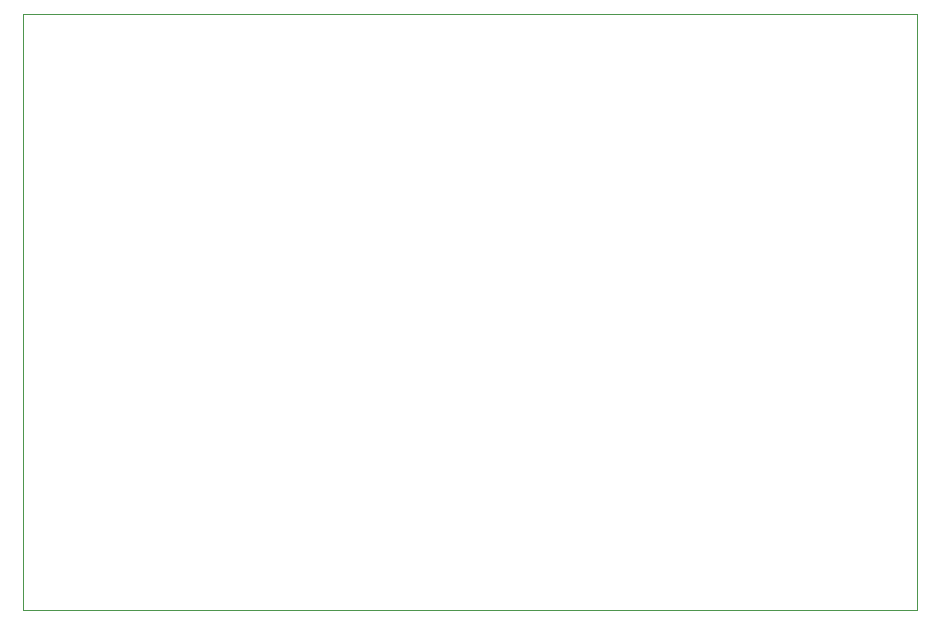
<source format=gbr>
G04*
G04 #@! TF.GenerationSoftware,Altium Limited,Altium Designer,25.0.2 (28)*
G04*
G04 Layer_Color=0*
%FSLAX44Y44*%
%MOMM*%
G71*
G04*
G04 #@! TF.SameCoordinates,D42C59B9-CDD2-46E9-AE24-7A473A00D307*
G04*
G04*
G04 #@! TF.FilePolarity,Positive*
G04*
G01*
G75*
%ADD70C,0.0254*%
D70*
X566420Y349250D02*
X1323340D01*
Y853440D01*
X566420D01*
Y349250D01*
M02*

</source>
